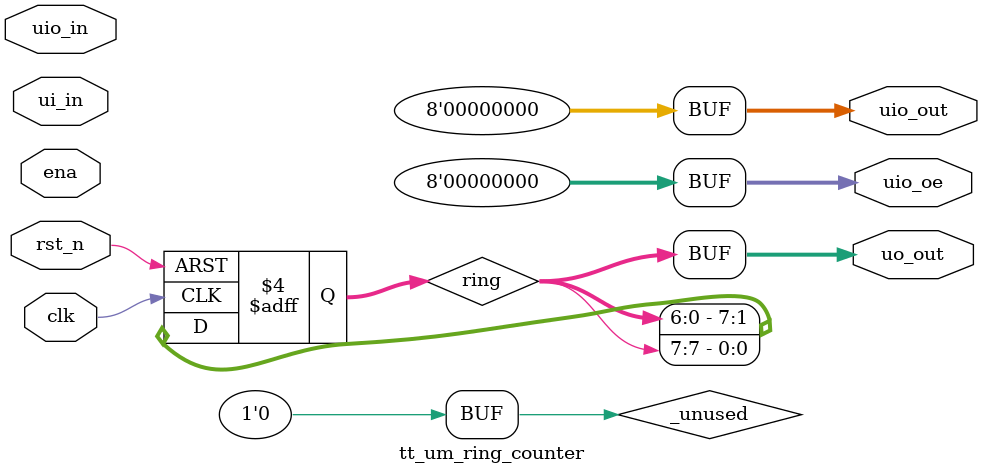
<source format=v>
/*
 * Copyright (c) 2024
 * SPDX-License-Identifier: Apache-2.0
 */

`default_nettype none

module tt_um_ring_counter (
    input  wire [7:0] ui_in,    // Dedicated inputs (can be used for control, e.g., enable)
    output wire [7:0] uo_out,   // Dedicated outputs
    input  wire [7:0] uio_in,   // IOs: Input path
    output wire [7:0] uio_out,  // IOs: Output path
    output wire [7:0] uio_oe,   // IOs: Enable path (active high: 0=input, 1=output)
    input  wire       ena,      // always 1 when the design is powered
    input  wire       clk,      // clock
    input  wire       rst_n     // reset_n - low to reset
);

  // 8-bit ring counter register
  reg [7:0] ring;

  always @(posedge clk or negedge rst_n) begin
    if (!rst_n) begin
      // Initialize ring counter with bit[0] = 1
      ring <= 8'b0000_0001;
    end else begin
      // Rotate left: MSB wraps around to LSB
      ring <= {ring[6:0], ring[7]};
    end
  end

  // Drive outputs
  assign uo_out  = ring;  // Show the ring counter value on dedicated outputs
  assign uio_out = 0;     // Not used
  assign uio_oe  = 0;     // All IOs as input

  // Prevent unused signal warnings
  wire _unused = &{ena, ui_in, uio_in, 1'b0};

endmodule

</source>
